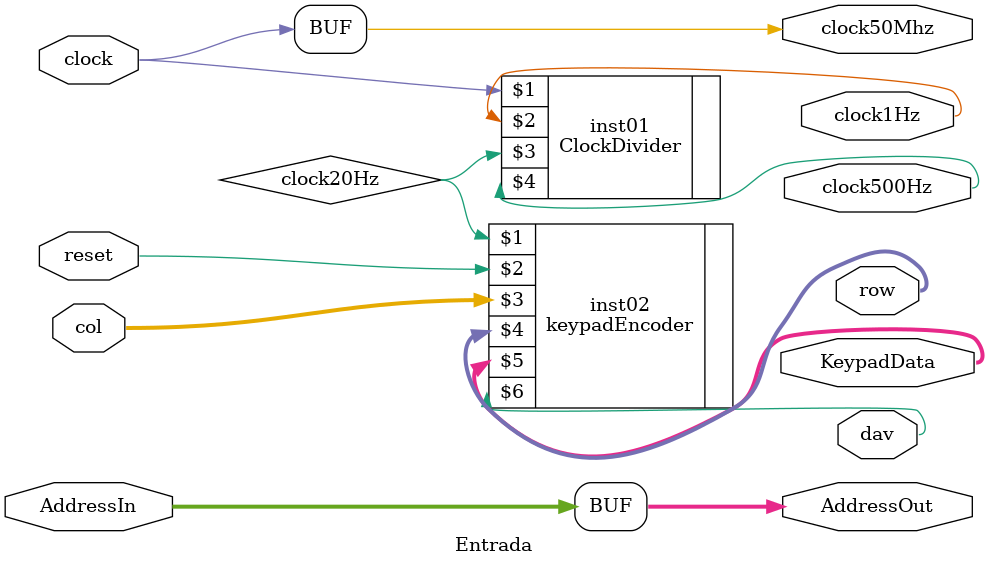
<source format=v>
module Entrada (
    input wire clock, reset,
	 output wire clock50Mhz, clock500Hz, clock1Hz,
	 
	 input wire[3:0] AddressIn,
	 output wire[3:0] AddressOut,
	 
    input wire[2:0] col,
    output wire[3:0] row, KeypadData,
    output wire dav
);

assign clock50Mhz = clock;
assign AddressOut = AddressIn;

wire clock20Hz;
ClockDivider inst01(clock, clock1Hz, clock20Hz, clock500Hz);

keypadEncoder inst02(clock20Hz, reset, col, row, KeypadData, dav);
    
endmodule
</source>
